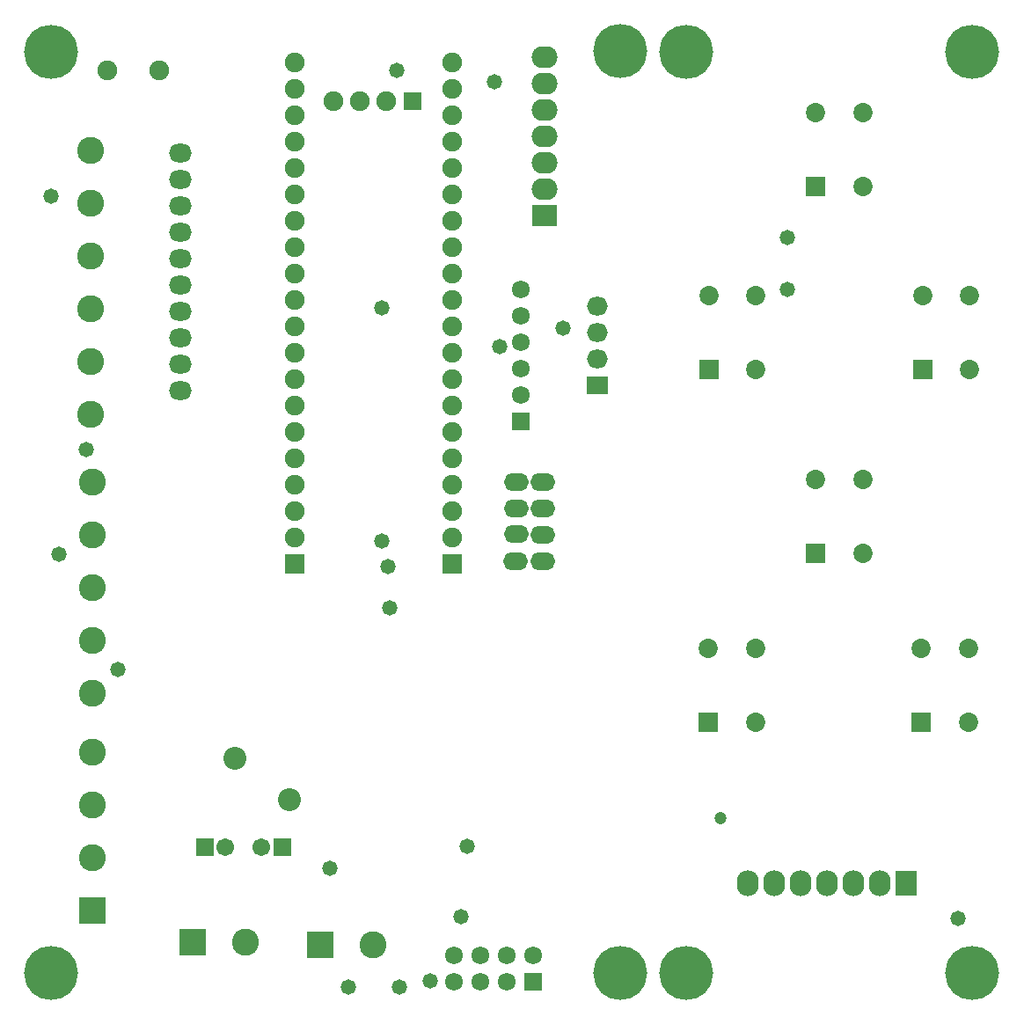
<source format=gbs>
G04*
G04 #@! TF.GenerationSoftware,Altium Limited,Altium Designer,21.3.2 (30)*
G04*
G04 Layer_Color=16711935*
%FSTAX24Y24*%
%MOIN*%
G70*
G04*
G04 #@! TF.SameCoordinates,110FFF50-2F86-4F7F-B504-3501B117D145*
G04*
G04*
G04 #@! TF.FilePolarity,Negative*
G04*
G01*
G75*
%ADD36O,0.0830X0.0980*%
%ADD37R,0.0830X0.0980*%
%ADD38C,0.1025*%
%ADD39C,0.0730*%
%ADD40R,0.0730X0.0730*%
%ADD41C,0.0277*%
%ADD42C,0.2049*%
%ADD43O,0.0867X0.0710*%
%ADD44R,0.1025X0.1025*%
%ADD45C,0.0749*%
%ADD46O,0.0940X0.0680*%
%ADD47R,0.0678X0.0678*%
%ADD48C,0.0678*%
%ADD49R,0.0678X0.0678*%
%ADD50O,0.0789X0.0710*%
%ADD51R,0.0789X0.0710*%
%ADD52O,0.0980X0.0830*%
%ADD53R,0.0980X0.0830*%
%ADD54R,0.0671X0.0671*%
%ADD55C,0.0671*%
%ADD56R,0.1025X0.1025*%
%ADD57R,0.0749X0.0749*%
%ADD58C,0.0580*%
%ADD59C,0.0867*%
%ADD60C,0.0474*%
D36*
X03765Y01465D02*
D03*
X03965D02*
D03*
X04265D02*
D03*
X04165D02*
D03*
X04065D02*
D03*
X03865D02*
D03*
D37*
X04365D02*
D03*
D38*
X0128Y02985D02*
D03*
Y02785D02*
D03*
Y02585D02*
D03*
Y02385D02*
D03*
Y02185D02*
D03*
Y0156D02*
D03*
Y0176D02*
D03*
Y0196D02*
D03*
X01275Y0424D02*
D03*
Y0404D02*
D03*
Y0384D02*
D03*
Y0364D02*
D03*
Y0344D02*
D03*
Y0324D02*
D03*
X02345Y0123D02*
D03*
X0186Y0124D02*
D03*
D39*
X04599Y02355D02*
D03*
X04421D02*
D03*
X04599Y02075D02*
D03*
X03794Y0369D02*
D03*
X03616D02*
D03*
X03794Y0341D02*
D03*
X03793Y02355D02*
D03*
X03615D02*
D03*
X03793Y02075D02*
D03*
X04199Y02995D02*
D03*
X04021D02*
D03*
X04199Y02715D02*
D03*
X04604Y0369D02*
D03*
X04426D02*
D03*
X04604Y0341D02*
D03*
X04199Y04385D02*
D03*
X04021D02*
D03*
X04199Y04105D02*
D03*
D40*
X04421Y02075D02*
D03*
X03616Y0341D02*
D03*
X03615Y02075D02*
D03*
X04021Y02715D02*
D03*
X04426Y0341D02*
D03*
X04021Y04105D02*
D03*
D41*
X033324Y010656D02*
D03*
X032751Y010459D02*
D03*
X032206Y010726D02*
D03*
X032009Y011299D02*
D03*
X032276Y011844D02*
D03*
X032849Y012041D02*
D03*
X033394Y011774D02*
D03*
X033591Y011201D02*
D03*
X035824Y010656D02*
D03*
X035251Y010459D02*
D03*
X034706Y010726D02*
D03*
X034509Y011299D02*
D03*
X034776Y011844D02*
D03*
X035349Y012041D02*
D03*
X035894Y011774D02*
D03*
X036091Y011201D02*
D03*
X046674Y010656D02*
D03*
X046101Y010459D02*
D03*
X045556Y010726D02*
D03*
X045359Y011299D02*
D03*
X045626Y011844D02*
D03*
X046199Y012041D02*
D03*
X046744Y011774D02*
D03*
X046941Y011201D02*
D03*
X046674Y045556D02*
D03*
X046101Y045359D02*
D03*
X045556Y045626D02*
D03*
X045359Y046199D02*
D03*
X045626Y046744D02*
D03*
X046199Y046941D02*
D03*
X046744Y046674D02*
D03*
X046941Y046101D02*
D03*
X035824Y045556D02*
D03*
X035251Y045359D02*
D03*
X034706Y045626D02*
D03*
X034509Y046199D02*
D03*
X034776Y046744D02*
D03*
X035349Y046941D02*
D03*
X035894Y046674D02*
D03*
X036091Y046101D02*
D03*
X033325Y045565D02*
D03*
X032752Y045368D02*
D03*
X032207Y045635D02*
D03*
X03201Y046208D02*
D03*
X032276Y046753D02*
D03*
X03285Y04695D02*
D03*
X033395Y046684D02*
D03*
X033592Y04611D02*
D03*
X011774Y010656D02*
D03*
X011201Y010459D02*
D03*
X010656Y010726D02*
D03*
X010459Y011299D02*
D03*
X010726Y011844D02*
D03*
X011299Y012041D02*
D03*
X011844Y011774D02*
D03*
X012041Y011201D02*
D03*
X011774Y045556D02*
D03*
X011201Y045359D02*
D03*
X010656Y045626D02*
D03*
X010459Y046199D02*
D03*
X010726Y046744D02*
D03*
X011299Y046941D02*
D03*
X011844Y046674D02*
D03*
X012041Y046101D02*
D03*
D42*
X0328Y01125D02*
D03*
X0353D02*
D03*
X04615D02*
D03*
Y04615D02*
D03*
X0353D02*
D03*
X032801Y046159D02*
D03*
X01125Y01125D02*
D03*
Y04615D02*
D03*
D43*
X01615Y0423D02*
D03*
Y0333D02*
D03*
Y0393D02*
D03*
Y0353D02*
D03*
Y0343D02*
D03*
Y0373D02*
D03*
Y0383D02*
D03*
Y0413D02*
D03*
Y0363D02*
D03*
Y0403D02*
D03*
D44*
X0128Y0136D02*
D03*
D45*
X01535Y04545D02*
D03*
X013381D02*
D03*
X02645Y03375D02*
D03*
Y04275D02*
D03*
Y04175D02*
D03*
Y04075D02*
D03*
Y03975D02*
D03*
Y03875D02*
D03*
Y03775D02*
D03*
Y03675D02*
D03*
Y03575D02*
D03*
Y03275D02*
D03*
Y03175D02*
D03*
Y03075D02*
D03*
Y02975D02*
D03*
Y02875D02*
D03*
Y02775D02*
D03*
Y03475D02*
D03*
Y04575D02*
D03*
Y04475D02*
D03*
Y04375D02*
D03*
X02394Y04426D02*
D03*
X02294D02*
D03*
X02194D02*
D03*
X02046Y04575D02*
D03*
Y04475D02*
D03*
Y04375D02*
D03*
Y04275D02*
D03*
Y04175D02*
D03*
Y04075D02*
D03*
Y03975D02*
D03*
Y03875D02*
D03*
Y03775D02*
D03*
Y03675D02*
D03*
Y03575D02*
D03*
Y03475D02*
D03*
Y03375D02*
D03*
Y03275D02*
D03*
Y03175D02*
D03*
Y03075D02*
D03*
Y02975D02*
D03*
Y02875D02*
D03*
Y02775D02*
D03*
D46*
X02887Y02985D02*
D03*
Y02885D02*
D03*
Y02786D02*
D03*
X02885Y02685D02*
D03*
X02988Y02684D02*
D03*
X029865Y027845D02*
D03*
X02988Y02884D02*
D03*
Y02984D02*
D03*
D47*
X0295Y0109D02*
D03*
D48*
X0285D02*
D03*
X0275D02*
D03*
X0265D02*
D03*
Y0119D02*
D03*
X0275D02*
D03*
X0285D02*
D03*
X0295D02*
D03*
X02905Y03715D02*
D03*
Y03615D02*
D03*
Y03515D02*
D03*
Y03415D02*
D03*
Y03315D02*
D03*
D49*
Y03215D02*
D03*
D50*
X03195Y0365D02*
D03*
Y0355D02*
D03*
Y0345D02*
D03*
D51*
Y0335D02*
D03*
D52*
X02995Y04595D02*
D03*
Y04395D02*
D03*
Y04095D02*
D03*
Y04195D02*
D03*
Y04295D02*
D03*
Y04495D02*
D03*
D53*
Y03995D02*
D03*
D54*
X019987Y016D02*
D03*
X017063D02*
D03*
X02494Y04426D02*
D03*
D55*
X0192Y016D02*
D03*
X01785D02*
D03*
D56*
X02145Y0123D02*
D03*
X0166Y0124D02*
D03*
D57*
X02645Y02675D02*
D03*
X02046D02*
D03*
D58*
X03915Y0391D02*
D03*
Y03715D02*
D03*
X024014Y026626D02*
D03*
X0225Y0107D02*
D03*
X0218Y015206D02*
D03*
X0256Y01095D02*
D03*
X02445Y0107D02*
D03*
X013764Y022725D02*
D03*
X027Y01602D02*
D03*
X02805Y045D02*
D03*
X02676Y01338D02*
D03*
X02406Y02506D02*
D03*
X01258Y03106D02*
D03*
X02434Y04545D02*
D03*
X02377Y0276D02*
D03*
Y03644D02*
D03*
X01125Y04068D02*
D03*
X01155Y0271D02*
D03*
X0456Y01329D02*
D03*
X03065Y035655D02*
D03*
X02823Y03497D02*
D03*
D59*
X0182Y01938D02*
D03*
X020282Y0178D02*
D03*
D60*
X0366Y0171D02*
D03*
M02*

</source>
